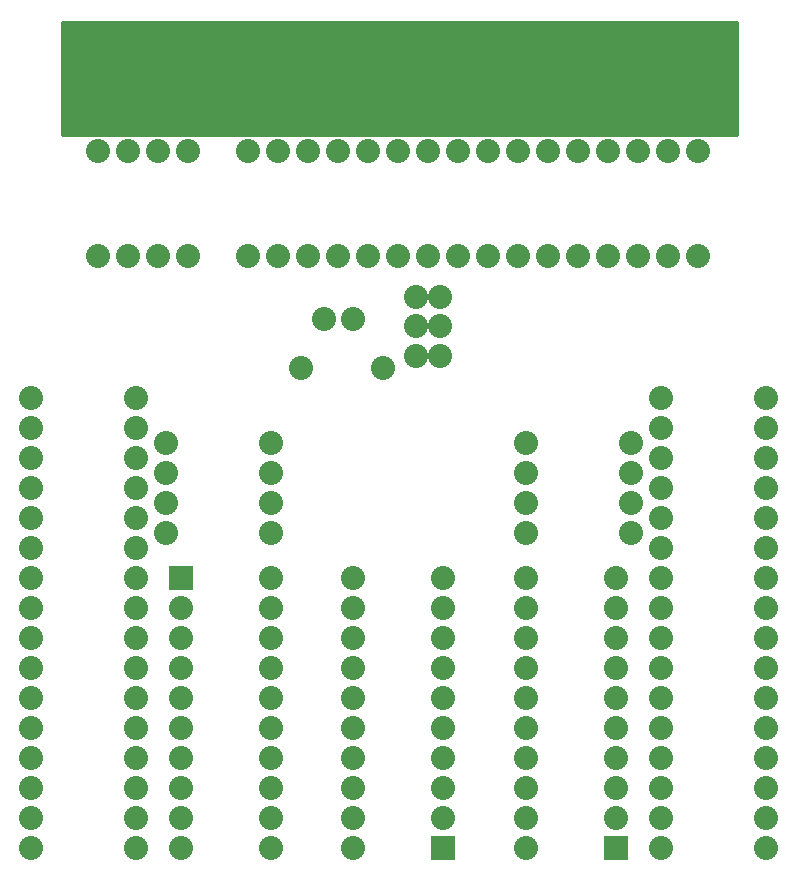
<source format=gbs>
%FSTAX24Y24*%
%MOIN*%
%IN ucard20.gbs *%
%ADD10C,0.0100*%
%ADD11C,0.0300*%
%ADD12C,0.0800*%
%ADD13R,0.0800X0.0800*%
D10*X0018Y0259D02*G01X001778Y029664D01*X002053D01*X024276D01*
X0243Y0259D01*X0018D01*G36*G01X001778Y029664D01*X002053D01*X024276D01*
X0243Y0259D01*X0018D01*G37*
%LPC*%
%LPD*%
D12*X004253Y01713D03*X000753D03*X021753Y01213D03*X025253D03*
X022003Y02538D03*Y02188D03*X005253Y013629D03*X008753D03*
X006003Y02538D03*Y02188D03*X025253Y01513D03*X021753D03*
X004253Y01513D03*X000753D03*X012003Y02538D03*Y02188D03*
X000753Y01613D03*X004253D03*X000753Y01013D03*X004253D03*
X025253Y01113D03*X021753D03*Y01013D03*X025253D03*X015003Y02538D03*
Y02188D03*X019003Y02538D03*Y02188D03*X004253Y00713D03*X000753D03*
X004003Y02538D03*Y02188D03*X025253Y00513D03*X021753D03*Y01413D03*
X025253D03*X010003Y02538D03*Y02188D03*D13*X020253Y00213D03*D12*
Y01113D03*X017253D03*Y01013D03*Y00913D03*Y00813D03*Y00713D03*Y00613D03*
Y00513D03*Y00413D03*Y00313D03*X020253D03*X017253Y00213D03*
X020253Y00413D03*Y00513D03*Y00613D03*Y00713D03*Y00813D03*Y00913D03*
Y01013D03*D13*X005753Y01113D03*D12*Y00213D03*X008753D03*Y00313D03*
Y00413D03*Y00513D03*Y00613D03*Y00713D03*Y00813D03*Y00913D03*Y01013D03*
X005753D03*X008753Y01113D03*X005753Y00913D03*Y00813D03*Y00713D03*
Y00613D03*Y00513D03*Y00413D03*Y00313D03*X018003Y02538D03*Y02188D03*
X017253Y015629D03*X020753D03*X000753Y00613D03*X004253D03*
X008753Y012629D03*X005253D03*X020753Y014629D03*X017253D03*
X000753Y00213D03*X004253D03*X020753Y012629D03*X017253D03*Y013629D03*
X020753D03*X008003Y02538D03*Y02188D03*X005003Y02538D03*Y02188D03*
X000753Y01213D03*X004253D03*Y01313D03*X000753D03*X013003Y02538D03*
Y02188D03*X004253Y00913D03*X000753D03*X017003Y02538D03*Y02188D03*
X004253Y01113D03*X000753D03*X021003Y02538D03*Y02188D03*D13*
X014503Y00213D03*D12*X011503Y00813D03*Y01013D03*Y00713D03*Y00613D03*
Y00513D03*Y00413D03*Y00313D03*Y00213D03*X014503Y01013D03*Y00313D03*
Y00413D03*Y00513D03*Y01113D03*X011503D03*X014503Y00613D03*Y00713D03*
Y00813D03*Y00913D03*X011503D03*X000753Y00813D03*X004253D03*
X014003Y02538D03*Y02188D03*X016003Y02538D03*Y02188D03*X023003Y02538D03*
Y02188D03*X009747Y018129D03*X012503D03*X013585Y020505D03*X014372D03*
X013585Y018537D03*X014372D03*X013585Y019521D03*X014372D03*
X011497Y019755D03*X010513D03*X021753Y00813D03*X025253D03*
X005253Y015629D03*X008753D03*X025253Y01713D03*X021753D03*
X025253Y00313D03*X021753D03*X000753Y00413D03*X004253D03*
X021753Y00213D03*X025253D03*X003003Y02538D03*Y02188D03*
X021753Y01613D03*X025253D03*X000753Y01413D03*X004253D03*
X021753Y00613D03*X025253D03*Y00713D03*X021753D03*X025253Y01313D03*
X021753D03*X004253Y00513D03*X000753D03*X008753Y014629D03*X005253D03*
X004253Y00313D03*X000753D03*X020003Y02538D03*Y02188D03*
X025253Y00913D03*X021753D03*X009003Y02538D03*Y02188D03*
X021753Y00413D03*X025253D03*X011003Y02538D03*Y02188D03*
M02*
</source>
